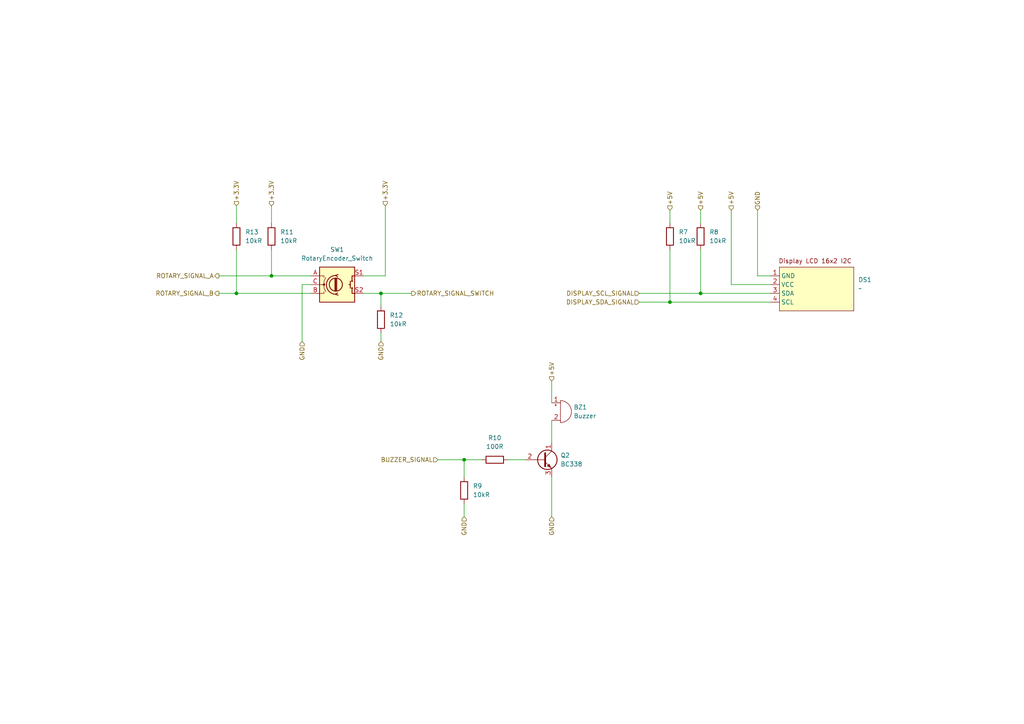
<source format=kicad_sch>
(kicad_sch (version 20250114) (generator "eeschema") (generator_version "9.0")
  (paper "A4")
  (title_block (title "Geladinho, UI") (date "2025-11-20") (rev "v1.0.0") (company "Universidade Federal Do Ceará"))
  (lib_symbols
    (symbol "Device:Buzzer" (pin_names (offset 0.0254) (hide yes))
      (property "Reference" "BZ" (at 3.81 1.27 0))
      (property "Value" "Buzzer" (at 3.81 -1.27 0))
      (symbol "Buzzer_0_1"
        (polyline (pts (xy -1.651 1.905) (xy -1.143 1.905)))
        (polyline (pts (xy -1.397 2.159) (xy -1.397 1.651)))
        (arc (start 0 3.175) (mid 3.1612 0) (end 0 -3.175))
        (polyline (pts (xy 0 3.175) (xy 0 -3.175)))
      )
      (symbol "Buzzer_1_1"
        (pin passive line (at -2.54 2.54 0) (length 2.54) (name "+") (number "1"))
        (pin passive line (at -2.54 -2.54 0) (length 2.54) (name "-") (number "2"))
      )
    )
    (symbol "Device:R" (pin_numbers (hide yes)) (pin_names (offset 0))
      (property "Reference" "R" (at 2.032 0 90))
      (property "Value" "R" (at 0 0 90))
      (symbol "R_0_1"
        (rectangle (start -1.016 -2.54) (end 1.016 2.54) (stroke (width 0.254)))
      )
      (symbol "R_1_1"
        (pin passive line (at 0 3.81 270) (length 1.27) (name "~") (number "1"))
        (pin passive line (at 0 -3.81 90) (length 1.27) (name "~") (number "2"))
      )
    )
    (symbol "Device:RotaryEncoder_Switch" (pin_names (offset 0.254) (hide yes))
      (property "Reference" "SW" (at 0 6.604 0))
      (property "Value" "RotaryEncoder_Switch" (at 0 -6.604 0))
      (symbol "RotaryEncoder_Switch_0_1"
        (rectangle (start -5.08 5.08) (end 5.08 -5.08) (stroke (width 0.254)) (fill (type background)))
        (polyline (pts (xy -5.08 2.54) (xy -3.81 2.54) (xy -3.81 2.032)))
        (polyline (pts (xy -5.08 0) (xy -3.81 0) (xy -3.81 -1.016) (xy -3.302 -2.032)))
        (polyline (pts (xy -5.08 -2.54) (xy -3.81 -2.54) (xy -3.81 -2.032)))
        (polyline (pts (xy -4.318 0) (xy -3.81 0) (xy -3.81 1.016) (xy -3.302 2.032)))
        (circle (center -3.81 0) (radius 0.254) (fill (type outline)))
        (polyline (pts (xy -0.635 -1.778) (xy -0.635 1.778)) (stroke (width 0.254)))
        (circle (center -0.381 0) (radius 1.905) (stroke (width 0.254)))
        (polyline (pts (xy -0.381 -1.778) (xy -0.381 1.778)) (stroke (width 0.254)))
        (arc (start -0.381 -2.794) (mid -3.0988 -0.0635) (end -0.381 2.667) (stroke (width 0.254)))
        (polyline (pts (xy -0.127 1.778) (xy -0.127 -1.778)) (stroke (width 0.254)))
        (polyline (pts (xy 0.254 2.921) (xy -0.508 2.667) (xy 0.127 2.286)) (stroke (width 0.254)))
        (polyline (pts (xy 0.254 -3.048) (xy -0.508 -2.794) (xy 0.127 -2.413)) (stroke (width 0.254)))
        (polyline (pts (xy 3.81 1.016) (xy 3.81 -1.016)) (stroke (width 0.254)))
        (polyline (pts (xy 3.81 0) (xy 3.429 0)) (stroke (width 0.254)))
        (circle (center 4.318 1.016) (radius 0.127) (stroke (width 0.254)))
        (circle (center 4.318 -1.016) (radius 0.127) (stroke (width 0.254)))
        (polyline (pts (xy 5.08 2.54) (xy 4.318 2.54) (xy 4.318 1.016)) (stroke (width 0.254)))
        (polyline (pts (xy 5.08 -2.54) (xy 4.318 -2.54) (xy 4.318 -1.016)) (stroke (width 0.254)))
      )
      (symbol "RotaryEncoder_Switch_1_1"
        (pin passive line (at -7.62 2.54 0) (length 2.54) (name "A") (number "A"))
        (pin passive line (at -7.62 0 0) (length 2.54) (name "C") (number "C"))
        (pin passive line (at -7.62 -2.54 0) (length 2.54) (name "B") (number "B"))
        (pin passive line (at 7.62 2.54 180) (length 2.54) (name "S1") (number "S1"))
        (pin passive line (at 7.62 -2.54 180) (length 2.54) (name "S2") (number "S2"))
      )
    )
    (symbol "Sorvete:Display_LCD_16x2_I2C"
      (property "Reference" "DS" (at 1.016 2.794 0))
      (symbol "Display_LCD_16x2_I2C_0_1"
        (rectangle (start 0 -1.27) (end 21.59 -13.97) (fill (type background)))
      )
      (symbol "Display_LCD_16x2_I2C_1_1"
        (text "Display LCD 16x2 I2C" (at -0.254 0.508 0) (effects (font (size 1.27 1.27)) (justify left)))
        (pin power_in line (at -2.54 -3.81 0) (length 2.54) (name "GND") (number "1"))
        (pin power_in line (at -2.54 -6.35 0) (length 2.54) (name "VCC") (number "2"))
        (pin input line (at -2.54 -8.89 0) (length 2.54) (name "SDA") (number "3"))
        (pin input line (at -2.54 -11.43 0) (length 2.54) (name "SCL") (number "4"))
      )
    )
    (symbol "Transistor_BJT:BC338" (pin_names (offset 0) (hide yes))
      (property "Reference" "Q" (at 5.08 1.905 0))
      (property "Value" "BC338" (at 5.08 0 0))
      (symbol "BC338_0_1"
        (polyline (pts (xy -2.54 0) (xy 0.635 0)))
        (polyline (pts (xy 0.635 1.905) (xy 0.635 -1.905)) (stroke (width 0.508)))
        (circle (center 1.27 0) (radius 2.8194) (stroke (width 0.254)))
      )
      (symbol "BC338_1_1"
        (polyline (pts (xy 0.635 0.635) (xy 2.54 2.54)))
        (polyline (pts (xy 0.635 -0.635) (xy 2.54 -2.54)))
        (polyline (pts (xy 1.27 -1.778) (xy 1.778 -1.27) (xy 2.286 -2.286) (xy 1.27 -1.778)) (fill (type outline)))
        (pin input line (at -5.08 0 0) (length 2.54) (name "B") (number "2"))
        (pin passive line (at 2.54 5.08 270) (length 2.54) (name "C") (number "1"))
        (pin passive line (at 2.54 -5.08 90) (length 2.54) (name "E") (number "3"))
      )
    )
  )
  (junction (at 134.62 133.35))
  (junction (at 203.2 85.09))
  (junction (at 110.49 85.09))
  (junction (at 78.74 80.01))
  (junction (at 68.58 85.09))
  (junction (at 194.31 87.63))
  (wire (pts (xy 78.74 80.01) (xy 78.74 72.39)))
  (wire (pts (xy 110.49 96.52) (xy 110.49 99.06)))
  (wire (pts (xy 219.71 80.01) (xy 219.71 60.96)))
  (wire (pts (xy 78.74 59.69) (xy 78.74 64.77)))
  (wire (pts (xy 160.02 110.49) (xy 160.02 116.84)))
  (wire (pts (xy 63.5 80.01) (xy 78.74 80.01)))
  (wire (pts (xy 134.62 133.35) (xy 134.62 138.43)))
  (wire (pts (xy 110.49 85.09) (xy 119.38 85.09)))
  (wire (pts (xy 212.09 60.96) (xy 212.09 82.55)))
  (wire (pts (xy 203.2 85.09) (xy 223.52 85.09)))
  (wire (pts (xy 90.17 80.01) (xy 78.74 80.01)))
  (wire (pts (xy 105.41 85.09) (xy 110.49 85.09)))
  (wire (pts (xy 87.63 82.55) (xy 90.17 82.55)))
  (wire (pts (xy 223.52 80.01) (xy 219.71 80.01)))
  (wire (pts (xy 185.42 85.09) (xy 203.2 85.09)))
  (wire (pts (xy 194.31 72.39) (xy 194.31 87.63)))
  (wire (pts (xy 105.41 80.01) (xy 111.76 80.01)))
  (wire (pts (xy 63.5 85.09) (xy 68.58 85.09)))
  (wire (pts (xy 203.2 60.96) (xy 203.2 64.77)))
  (wire (pts (xy 194.31 60.96) (xy 194.31 64.77)))
  (wire (pts (xy 111.76 80.01) (xy 111.76 59.69)))
  (wire (pts (xy 90.17 85.09) (xy 68.58 85.09)))
  (wire (pts (xy 134.62 146.05) (xy 134.62 149.86)))
  (wire (pts (xy 194.31 87.63) (xy 223.52 87.63)))
  (wire (pts (xy 160.02 121.92) (xy 160.02 128.27)))
  (wire (pts (xy 110.49 85.09) (xy 110.49 88.9)))
  (wire (pts (xy 185.42 87.63) (xy 194.31 87.63)))
  (wire (pts (xy 203.2 72.39) (xy 203.2 85.09)))
  (wire (pts (xy 87.63 82.55) (xy 87.63 99.06)))
  (wire (pts (xy 160.02 138.43) (xy 160.02 149.86)))
  (wire (pts (xy 127 133.35) (xy 134.62 133.35)))
  (wire (pts (xy 68.58 85.09) (xy 68.58 72.39)))
  (wire (pts (xy 212.09 82.55) (xy 223.52 82.55)))
  (wire (pts (xy 147.32 133.35) (xy 152.4 133.35)))
  (wire (pts (xy 134.62 133.35) (xy 139.7 133.35)))
  (wire (pts (xy 68.58 59.69) (xy 68.58 64.77)))
  (hierarchical_label "+5V" (shape input) (at 212.09 60.96 90))
  (hierarchical_label "+5V" (shape input) (at 160.02 110.49 90))
  (hierarchical_label "DISPLAY_SCL_SIGNAL" (shape input) (at 185.42 85.09 180))
  (hierarchical_label "+3.3V" (shape input) (at 78.74 59.69 90))
  (hierarchical_label "+5V" (shape input) (at 203.2 60.96 90))
  (hierarchical_label "BUZZER_SIGNAL" (shape input) (at 127 133.35 180))
  (hierarchical_label "DISPLAY_SDA_SIGNAL" (shape input) (at 185.42 87.63 180))
  (hierarchical_label "ROTARY_SIGNAL_A" (shape output) (at 63.5 80.01 180))
  (hierarchical_label "GND" (shape input) (at 160.02 149.86 270))
  (hierarchical_label "ROTARY_SIGNAL_SWITCH" (shape output) (at 119.38 85.09 0))
  (hierarchical_label "+3.3V" (shape input) (at 111.76 59.69 90))
  (hierarchical_label "GND" (shape input) (at 219.71 60.96 90))
  (hierarchical_label "+5V" (shape input) (at 194.31 60.96 90))
  (hierarchical_label "+3.3V" (shape input) (at 68.58 59.69 90))
  (hierarchical_label "GND" (shape input) (at 110.49 99.06 270))
  (hierarchical_label "ROTARY_SIGNAL_B" (shape output) (at 63.5 85.09 180))
  (hierarchical_label "GND" (shape input) (at 134.62 149.86 270))
  (hierarchical_label "GND" (shape input) (at 87.63 99.06 270))
  (symbol (lib_id "Device:R") (at 143.51 133.35 90) (unit 1)
    (property "Reference" "R10" (at 143.51 127 90))
    (property "Value" "100R" (at 143.51 129.54 90))
    (property "Description" "Resistor" (effects (hide yes)))
  )
  (symbol (lib_id "Device:R") (at 203.2 68.58 0) (unit 1)
    (property "Reference" "R8" (at 205.74 67.3099 0) (effects (justify left)))
    (property "Value" "10kR" (at 205.74 69.8499 0) (effects (justify left)))
    (property "Description" "Resistor" (effects (hide yes)))
  )
  (symbol (lib_id "Sorvete:Display_LCD_16x2_I2C") (at 226.06 76.2 0) (unit 1)
    (property "Reference" "DS1" (at 248.92 81.1501 0) (effects (justify left)))
    (property "Value" "~" (at 248.92 83.6901 0) (effects (justify left)))
  )
  (symbol (lib_id "Device:R") (at 194.31 68.58 0) (unit 1)
    (property "Reference" "R7" (at 196.85 67.3099 0) (effects (justify left)))
    (property "Value" "10kR" (at 196.85 69.8499 0) (effects (justify left)))
    (property "Description" "Resistor" (effects (hide yes)))
  )
  (symbol (lib_id "Transistor_BJT:BC338") (at 157.48 133.35 0) (unit 1)
    (property "Reference" "Q2" (at 162.56 132.0799 0) (effects (justify left)))
    (property "Value" "BC338" (at 162.56 134.6199 0) (effects (justify left)))
    (property "Datasheet" "http://diotec.com/tl_files/diotec/files/pdf/datasheets/bc337" (effects (hide yes)))
    (property "Description" "0.8A Ic, 25V Vce, NPN Transistor, TO-92" (effects (hide yes)))
  )
  (symbol (lib_id "Device:R") (at 134.62 142.24 0) (unit 1)
    (property "Reference" "R9" (at 137.16 140.9699 0) (effects (justify left)))
    (property "Value" "10kR" (at 137.16 143.5099 0) (effects (justify left)))
    (property "Description" "Resistor" (effects (hide yes)))
  )
  (symbol (lib_id "Device:RotaryEncoder_Switch") (at 97.79 82.55 0) (unit 1)
    (property "Reference" "SW1" (at 97.79 72.39 0))
    (property "Value" "RotaryEncoder_Switch" (at 97.79 74.93 0))
    (property "Description" "Rotary encoder, dual channel, incremental quadrate outputs, with switch" (effects (hide yes)))
  )
  (symbol (lib_id "Device:Buzzer") (at 162.56 119.38 0) (unit 1)
    (property "Reference" "BZ1" (at 166.37 118.1099 0) (effects (justify left)))
    (property "Value" "Buzzer" (at 166.37 120.6499 0) (effects (justify left)))
    (property "Description" "Buzzer, polarized" (effects (hide yes)))
  )
  (symbol (lib_id "Device:R") (at 78.74 68.58 0) (unit 1)
    (property "Reference" "R11" (at 81.28 67.3099 0) (effects (justify left)))
    (property "Value" "10kR" (at 81.28 69.8499 0) (effects (justify left)))
    (property "Description" "Resistor" (effects (hide yes)))
  )
  (symbol (lib_id "Device:R") (at 68.58 68.58 0) (unit 1)
    (property "Reference" "R13" (at 71.12 67.3099 0) (effects (justify left)))
    (property "Value" "10kR" (at 71.12 69.8499 0) (effects (justify left)))
    (property "Description" "Resistor" (effects (hide yes)))
  )
  (symbol (lib_id "Device:R") (at 110.49 92.71 0) (unit 1)
    (property "Reference" "R12" (at 113.03 91.4399 0) (effects (justify left)))
    (property "Value" "10kR" (at 113.03 93.9799 0) (effects (justify left)))
    (property "Description" "Resistor" (effects (hide yes)))
  )
)
</source>
